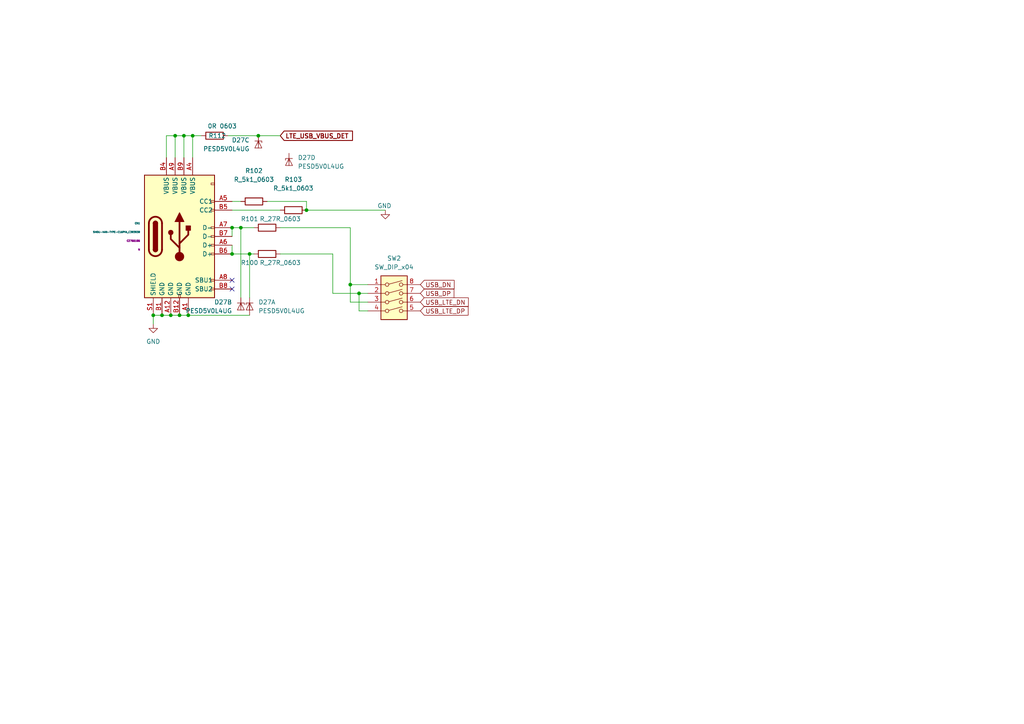
<source format=kicad_sch>
(kicad_sch (version 20250114) (generator "eeschema") (generator_version "9.0")
  (paper "A4")
  (title_block (title "VehicleMan") (date "2025-03-04") (rev "0") (company "©CC-BY-NC"))
  (lib_symbols
    (symbol "Device:R" (pin_numbers (hide yes)) (pin_names (offset 0))
      (property "Reference" "R" (at 2.032 0 90))
      (property "Value" "R" (at 0 0 90))
      (symbol "R_0_1"
        (rectangle (start -1.016 -2.54) (end 1.016 2.54) (stroke (width 0.254)))
      )
      (symbol "R_1_1"
        (pin passive line (at 0 3.81 270) (length 1.27) (name "~") (number "1"))
        (pin passive line (at 0 -3.81 90) (length 1.27) (name "~") (number "2"))
      )
    )
    (symbol "Power_Protection:PESD5V0L4UG" (pin_numbers (hide yes)) (pin_names (hide yes))
      (property "Reference" "D" (at 0 2.54 0))
      (property "Value" "PESD5V0L4UG" (at 0 -2.54 0))
      (symbol "PESD5V0L4UG_0_1"
        (polyline (pts (xy -1.016 1.016) (xy -1.016 -1.016) (xy -0.508 -1.016)))
        (polyline (pts (xy -1.016 0) (xy 1.016 0)))
        (polyline (pts (xy 1.016 1.016) (xy -1.016 0) (xy 1.016 -1.016) (xy 1.016 1.016)))
      )
      (symbol "PESD5V0L4UG_1_1"
        (pin passive line (at -2.54 0 0) (length 2.54) (name "K1") (number "1"))
        (pin passive line (at 2.54 0 180) (length 2.54) (name "A") (number "2"))
      )
      (symbol "PESD5V0L4UG_2_1"
        (pin passive line (at -2.54 0 0) (length 2.54) (name "K2") (number "3"))
      )
      (symbol "PESD5V0L4UG_3_1"
        (pin passive line (at -2.54 0 0) (length 2.54) (name "K3") (number "4"))
      )
      (symbol "PESD5V0L4UG_4_1"
        (pin passive line (at -2.54 0 0) (length 2.54) (name "K4") (number "5"))
      )
    )
    (symbol "Skrubis:R_27R_0603" (pin_numbers (hide yes)) (pin_names (offset 0))
      (property "Reference" "R?" (at 2.54 3.8101 0))
      (property "Value" "R_27R_0603" (at 2.54 1.2701 0))
      (property "LCSC" "C101313" (at 2.54 -1.2699 0))
      (property "Stock" "N" (at 2.54 -3.8099 0))
      (symbol "R_27R_0603_0_1"
        (rectangle (start -1.016 -2.54) (end 1.016 2.54) (stroke (width 0.254)))
      )
      (symbol "R_27R_0603_1_1"
        (pin passive line (at 0 3.81 270) (length 1.27) (name "~") (number "1"))
        (pin passive line (at 0 -3.81 90) (length 1.27) (name "~") (number "2"))
      )
    )
    (symbol "Skrubis:R_5k1_0603" (pin_numbers (hide yes)) (pin_names (offset 0))
      (property "Reference" "R?" (at 2.54 1.2701 0))
      (property "Value" "R_5k1_0603" (at 2.54 -1.2699 0))
      (property "LCSC" "C2907044" (at 0 0 0))
      (symbol "R_5k1_0603_0_1"
        (rectangle (start -1.016 -2.54) (end 1.016 2.54) (stroke (width 0.254)))
      )
      (symbol "R_5k1_0603_1_1"
        (pin passive line (at 0 3.81 270) (length 1.27) (name "~") (number "1"))
        (pin passive line (at 0 -3.81 90) (length 1.27) (name "~") (number "2"))
      )
    )
    (symbol "Skrubis:SHOU-HAN-TYPE-C16PIN_C393939"
      (property "Reference" "CN" (at -15.24 0 90))
      (property "Value" "SHOU-HAN-TYPE-C16PIN_C393939" (at -12.7 1.27 90))
      (property "LCSC" "C393939" (at 8.89 19.05 0))
      (property "Stock" "N" (at 10.16 16.51 0))
      (symbol "SHOU-HAN-TYPE-C16PIN_C393939_0_0"
        (rectangle (start -1.524 -17.78) (end -1.016 -16.764))
        (rectangle (start 8.89 15.494) (end 7.874 14.986))
        (rectangle (start 8.89 10.414) (end 7.874 9.906))
        (rectangle (start 8.89 7.874) (end 7.874 7.366))
        (rectangle (start 8.89 2.794) (end 7.874 2.286))
        (rectangle (start 8.89 0.254) (end 7.874 -0.254))
        (rectangle (start 8.89 -2.286) (end 7.874 -2.794))
        (rectangle (start 8.89 -4.826) (end 7.874 -5.334))
        (rectangle (start 8.89 -12.446) (end 7.874 -12.954))
        (rectangle (start 8.89 -14.986) (end 7.874 -15.494))
      )
      (symbol "SHOU-HAN-TYPE-C16PIN_C393939_0_1"
        (rectangle (start -11.43 17.78) (end 8.89 -17.78) (stroke (width 0.254)) (fill (type background)))
        (polyline (pts (xy -10.16 -3.81) (xy -10.16 3.81)) (stroke (width 0.508)))
        (rectangle (start -8.89 -3.81) (end -7.62 3.81) (stroke (width 0.254)) (fill (type outline)))
        (arc (start -8.89 3.81) (mid -8.255 4.4422) (end -7.62 3.81) (stroke (width 0.254)))
        (arc (start -8.89 3.81) (mid -8.255 4.4422) (end -7.62 3.81) (stroke (width 0.254)) (fill (type outline)))
        (arc (start -10.16 3.81) (mid -8.255 5.7066) (end -6.35 3.81) (stroke (width 0.508)))
        (arc (start -6.35 -3.81) (mid -8.255 -5.7066) (end -10.16 -3.81) (stroke (width 0.508)))
        (arc (start -7.62 -3.81) (mid -8.255 -4.4422) (end -8.89 -3.81) (stroke (width 0.254)))
        (arc (start -7.62 -3.81) (mid -8.255 -4.4422) (end -8.89 -3.81) (stroke (width 0.254)) (fill (type outline)))
        (polyline (pts (xy -6.35 3.81) (xy -6.35 -3.81)) (stroke (width 0.508)))
        (circle (center -3.81 1.143) (radius 0.635) (stroke (width 0.254)) (fill (type outline)))
        (polyline (pts (xy -2.54 4.318) (xy -1.27 6.858) (xy 0 4.318) (xy -2.54 4.318)) (stroke (width 0.254)) (fill (type outline)))
        (polyline (pts (xy -1.27 -2.032) (xy 1.27 0.508) (xy 1.27 1.778)) (stroke (width 0.508)))
        (polyline (pts (xy -1.27 -3.302) (xy -3.81 -0.762) (xy -3.81 0.508)) (stroke (width 0.508)))
        (circle (center -1.27 -5.842) (radius 1.27) (fill (type outline)))
        (polyline (pts (xy -1.27 -5.842) (xy -1.27 4.318)) (stroke (width 0.508)))
        (rectangle (start 0.635 1.778) (end 1.905 3.048) (stroke (width 0.254)) (fill (type outline)))
      )
      (symbol "SHOU-HAN-TYPE-C16PIN_C393939_1_1"
        (pin passive line (at -8.89 -22.86 90) (length 5.08) (name "SHIELD") (number "S1"))
        (pin passive line (at -6.35 -22.86 90) (length 5.08) (name "GND") (number "B1"))
        (pin passive line (at -5.08 22.86 270) (length 5.08) (name "VBUS") (number "B4"))
        (pin passive line (at -3.81 -22.86 90) (length 5.08) (name "GND") (number "A12"))
        (pin passive line (at -2.54 22.86 270) (length 5.08) (name "VBUS") (number "A9"))
        (pin passive line (at -1.27 -22.86 90) (length 5.08) (name "GND") (number "B12"))
        (pin passive line (at 0 22.86 270) (length 5.08) (name "VBUS") (number "B9"))
        (pin passive line (at 1.27 -22.86 90) (length 5.08) (name "GND") (number "A1"))
        (pin passive line (at 2.54 22.86 270) (length 5.08) (name "VBUS") (number "A4"))
        (pin bidirectional line (at 13.97 10.16 180) (length 5.08) (name "CC1") (number "A5"))
        (pin bidirectional line (at 13.97 7.62 180) (length 5.08) (name "CC2") (number "B5"))
        (pin bidirectional line (at 13.97 2.54 180) (length 5.08) (name "D-") (number "A7"))
        (pin bidirectional line (at 13.97 0 180) (length 5.08) (name "D-") (number "B7"))
        (pin bidirectional line (at 13.97 -2.54 180) (length 5.08) (name "D+") (number "A6"))
        (pin bidirectional line (at 13.97 -5.08 180) (length 5.08) (name "D+") (number "B6"))
        (pin bidirectional line (at 13.97 -12.7 180) (length 5.08) (name "SBU1") (number "A8"))
        (pin bidirectional line (at 13.97 -15.24 180) (length 5.08) (name "SBU2") (number "B8"))
      )
    )
    (symbol "Switch:SW_DIP_x04" (pin_names (offset 0) (hide yes))
      (property "Reference" "SW" (at 0 8.89 0))
      (property "Value" "SW_DIP_x04" (at 0 -6.35 0))
      (symbol "SW_DIP_x04_0_0"
        (circle (center -2.032 5.08) (radius 0.508))
        (circle (center -2.032 2.54) (radius 0.508))
        (circle (center -2.032 0) (radius 0.508))
        (circle (center -2.032 -2.54) (radius 0.508))
        (polyline (pts (xy -1.524 5.207) (xy 2.3622 6.2484)))
        (polyline (pts (xy -1.524 2.667) (xy 2.3622 3.7084)))
        (polyline (pts (xy -1.524 0.127) (xy 2.3622 1.1684)))
        (polyline (pts (xy -1.524 -2.3876) (xy 2.3622 -1.3462)))
        (circle (center 2.032 5.08) (radius 0.508))
        (circle (center 2.032 2.54) (radius 0.508))
        (circle (center 2.032 0) (radius 0.508))
        (circle (center 2.032 -2.54) (radius 0.508))
      )
      (symbol "SW_DIP_x04_0_1"
        (rectangle (start -3.81 7.62) (end 3.81 -5.08) (stroke (width 0.254)) (fill (type background)))
      )
      (symbol "SW_DIP_x04_1_1"
        (pin passive line (at -7.62 5.08 0) (length 5.08) (name "~") (number "1"))
        (pin passive line (at -7.62 2.54 0) (length 5.08) (name "~") (number "2"))
        (pin passive line (at -7.62 0 0) (length 5.08) (name "~") (number "3"))
        (pin passive line (at -7.62 -2.54 0) (length 5.08) (name "~") (number "4"))
        (pin passive line (at 7.62 5.08 180) (length 5.08) (name "~") (number "8"))
        (pin passive line (at 7.62 2.54 180) (length 5.08) (name "~") (number "7"))
        (pin passive line (at 7.62 0 180) (length 5.08) (name "~") (number "6"))
        (pin passive line (at 7.62 -2.54 180) (length 5.08) (name "~") (number "5"))
      )
    )
    (symbol "power:GND" (power) (pin_names (offset 0))
      (property "Value" "GND" (at 0 -3.81 0))
      (symbol "GND_0_1"
        (polyline (pts (xy 0 0) (xy 0 -1.27) (xy 1.27 -1.27) (xy 0 -2.54) (xy -1.27 -1.27) (xy 0 -1.27)))
      )
      (symbol "GND_1_1"
        (pin power_in line (at 0 0 270) (length 0) (hide yes) (name "GND") (number "1"))
      )
    )
  )
  (junction (at 53.34 39.37))
  (junction (at 54.61 91.44))
  (junction (at 104.14 85.09))
  (junction (at 44.45 91.44))
  (junction (at 67.31 73.66))
  (junction (at 101.6 82.55))
  (junction (at 69.85 66.04))
  (junction (at 50.8 39.37))
  (junction (at 67.31 66.04))
  (junction (at 49.53 91.44))
  (junction (at 46.99 91.44))
  (junction (at 55.88 39.37))
  (junction (at 72.39 73.66))
  (junction (at 88.9 60.96))
  (junction (at 74.93 39.37))
  (junction (at 52.07 91.44))
  (no_connect (at 67.31 81.28))
  (no_connect (at 67.31 83.82))
  (wire (pts (xy 101.6 66.04) (xy 101.6 82.55)))
  (wire (pts (xy 67.31 66.04) (xy 67.31 68.58)))
  (wire (pts (xy 81.28 66.04) (xy 101.6 66.04)))
  (wire (pts (xy 81.28 73.66) (xy 96.52 73.66)))
  (wire (pts (xy 50.8 39.37) (xy 53.34 39.37)))
  (wire (pts (xy 88.9 60.96) (xy 111.76 60.96)))
  (wire (pts (xy 67.31 71.12) (xy 67.31 73.66)))
  (wire (pts (xy 67.31 66.04) (xy 69.85 66.04)))
  (wire (pts (xy 96.52 73.66) (xy 96.52 85.09)))
  (wire (pts (xy 67.31 58.42) (xy 69.85 58.42)))
  (wire (pts (xy 48.26 45.72) (xy 48.26 39.37)))
  (wire (pts (xy 101.6 87.63) (xy 106.68 87.63)))
  (wire (pts (xy 52.07 91.44) (xy 54.61 91.44)))
  (wire (pts (xy 101.6 82.55) (xy 101.6 87.63)))
  (wire (pts (xy 53.34 39.37) (xy 55.88 39.37)))
  (wire (pts (xy 69.85 86.36) (xy 69.85 66.04)))
  (wire (pts (xy 46.99 91.44) (xy 49.53 91.44)))
  (wire (pts (xy 55.88 39.37) (xy 55.88 45.72)))
  (wire (pts (xy 69.85 66.04) (xy 73.66 66.04)))
  (wire (pts (xy 49.53 91.44) (xy 52.07 91.44)))
  (wire (pts (xy 54.61 91.44) (xy 72.39 91.44)))
  (wire (pts (xy 88.9 58.42) (xy 88.9 60.96)))
  (wire (pts (xy 77.47 58.42) (xy 88.9 58.42)))
  (wire (pts (xy 67.31 60.96) (xy 81.28 60.96)))
  (wire (pts (xy 50.8 39.37) (xy 50.8 45.72)))
  (wire (pts (xy 48.26 39.37) (xy 50.8 39.37)))
  (wire (pts (xy 72.39 73.66) (xy 73.66 73.66)))
  (wire (pts (xy 53.34 39.37) (xy 53.34 45.72)))
  (wire (pts (xy 55.88 39.37) (xy 58.42 39.37)))
  (wire (pts (xy 104.14 90.17) (xy 106.68 90.17)))
  (wire (pts (xy 67.31 73.66) (xy 72.39 73.66)))
  (wire (pts (xy 104.14 85.09) (xy 104.14 90.17)))
  (wire (pts (xy 74.93 39.37) (xy 66.04 39.37)))
  (wire (pts (xy 44.45 93.98) (xy 44.45 91.44)))
  (wire (pts (xy 72.39 73.66) (xy 72.39 86.36)))
  (wire (pts (xy 96.52 85.09) (xy 104.14 85.09)))
  (wire (pts (xy 44.45 91.44) (xy 46.99 91.44)))
  (wire (pts (xy 81.28 39.37) (xy 74.93 39.37)))
  (wire (pts (xy 106.68 82.55) (xy 101.6 82.55)))
  (wire (pts (xy 106.68 85.09) (xy 104.14 85.09)))
  (global_label "USB_LTE_DN" (shape input) (at 121.92 87.63 0) (property "Intersheetrefs" "${INTERSHEET_REFS}" (effects (hide yes))))
  (global_label "USB_LTE_DP" (shape input) (at 121.92 90.17 0) (property "Intersheetrefs" "${INTERSHEET_REFS}" (effects (hide yes))))
  (global_label "USB_DN" (shape input) (at 121.92 82.55 0) (property "Intersheetrefs" "${INTERSHEET_REFS}" (effects (hide yes))))
  (global_label "USB_DP" (shape input) (at 121.92 85.09 0) (property "Intersheetrefs" "${INTERSHEET_REFS}" (effects (hide yes))))
  (global_label "LTE_USB_VBUS_DET" (shape input) (at 81.28 39.37 0) (effects (font (thickness 0.254) (bold yes))) (property "Intersheetrefs" "${INTERSHEET_REFS}" (effects (hide yes))))
  (symbol (lib_id "Skrubis:R_5k1_0603") (at 85.09 60.96 90) (unit 1)
    (property "Reference" "R103" (at 85.09 52.07 90))
    (property "Value" "R_5k1_0603" (at 85.09 54.61 90))
    (property "Footprint" "Resistor_SMD:R_0603_1608Metric" (effects (hide yes)))
    (property "LCSC" "C23186" (effects (hide yes)))
  )
  (symbol (lib_id "Skrubis:R_27R_0603") (at 77.47 73.66 90) (mirror x) (unit 1)
    (property "Reference" "R100" (at 72.39 76.2 90))
    (property "Value" "R_27R_0603" (at 81.28 76.2 90))
    (property "Footprint" "Resistor_SMD:R_0603_1608Metric" (effects (hide yes)))
    (property "LCSC" "C101313" (effects (hide yes)))
    (property "Stock" "N" (effects (hide yes)))
  )
  (symbol (lib_id "power:GND") (at 44.45 93.98 0) (unit 1)
    (property "Reference" "#PWR04" (effects (hide yes)))
    (property "Value" "GND" (at 44.45 99.06 0))
  )
  (symbol (lib_id "Switch:SW_DIP_x04") (at 114.3 87.63 0) (unit 1)
    (property "Reference" "SW2" (at 114.3 74.93 0))
    (property "Value" "SW_DIP_x04" (at 114.3 77.47 0))
    (property "Footprint" "Button_Switch_THT:SW_DIP_SPSTx04_Slide_9.78x12.34mm_W7.62mm_P2.54mm" (effects (hide yes)))
    (property "Description" "4x DIP Switch, Single Pole Single Throw (SPST) switch, small symbol" (effects (hide yes)))
    (property "LCSC" " C99418" (effects (hide yes)))
  )
  (symbol (lib_id "Skrubis:SHOU-HAN-TYPE-C16PIN_C393939") (at 53.34 68.58 0) (unit 1)
    (property "Reference" "CN1" (at 40.64 64.7699 0) (effects (font (size 0.5 0.5)) (justify right)))
    (property "Value" "SHOU-HAN-TYPE-C16PIN_C393939" (at 40.64 67.3099 0) (effects (font (size 0.5 0.5)) (justify right)))
    (property "Footprint" "Connector_USB:USB_C_Receptacle_HCTL_HC-TYPE-C-16P-01A" (effects (hide yes)))
    (property "Datasheet" "https://datasheet.lcsc.com/lcsc/1912111437_SHOU-HAN-TYPE-C16PIN_C393939.pdf" (effects (hide yes)))
    (property "LCSC" "C2765186" (at 40.64 69.8499 0) (effects (font (size 0.5 0.5)) (justify right)))
    (property "Stock" "N" (at 40.64 72.3899 0) (effects (font (size 0.5 0.5)) (justify right)))
  )
  (symbol (lib_id "Skrubis:R_5k1_0603") (at 73.66 58.42 90) (unit 1)
    (property "Reference" "R102" (at 73.66 49.53 90))
    (property "Value" "R_5k1_0603" (at 73.66 52.07 90))
    (property "Footprint" "Resistor_SMD:R_0603_1608Metric" (effects (hide yes)))
    (property "LCSC" "C23186" (effects (hide yes)))
  )
  (symbol (lib_id "power:GND") (at 111.76 60.96 0) (unit 1)
    (property "Reference" "#PWR05" (effects (hide yes)))
    (property "Value" "GND" (at 111.506 59.69 0))
  )
  (symbol (lib_id "Device:R") (at 62.23 39.37 270) (unit 1)
    (property "Reference" "R112" (at 60.452 39.37 90) (effects (justify left)))
    (property "Value" "0R 0603" (at 60.198 36.576 90) (effects (justify left)))
    (property "Footprint" "Resistor_SMD:R_0603_1608Metric" (effects (hide yes)))
    (property "Description" "Resistor" (effects (hide yes)))
    (property "LCSC" "C21189" (effects (hide yes)))
  )
  (symbol (lib_id "Power_Protection:PESD5V0L4UG") (at 74.93 41.91 90) (mirror x) (unit 3)
    (property "Reference" "D27" (at 72.39 40.6399 90) (effects (justify left)))
    (property "Value" "PESD5V0L4UG" (at 72.39 43.1799 90) (effects (justify left)))
    (property "Footprint" "Package_TO_SOT_SMD:SOT-353_SC-70-5" (effects (hide yes)))
    (property "Datasheet" "https://assets.nexperia.com/documents/data-sheet/PESDXL4UF_G_W.pdf" (effects (hide yes)))
    (property "Description" "Low capacitance unidirectional quadruple ESD protection diode array, 5.0V, Common Anode, SOT-353" (effects (hide yes)))
    (property "LCSC" "C5116450" (effects (hide yes)))
  )
  (symbol (lib_id "Skrubis:R_27R_0603") (at 77.47 66.04 90) (unit 1)
    (property "Reference" "R101" (at 72.39 63.5 90))
    (property "Value" "R_27R_0603" (at 81.28 63.5 90))
    (property "Footprint" "Resistor_SMD:R_0603_1608Metric" (effects (hide yes)))
    (property "LCSC" "C101313" (effects (hide yes)))
    (property "Stock" "N" (effects (hide yes)))
  )
  (symbol (lib_id "Power_Protection:PESD5V0L4UG") (at 72.39 88.9 270) (unit 1)
    (property "Reference" "D27" (at 74.93 87.6299 90) (effects (justify left)))
    (property "Value" "PESD5V0L4UG" (at 74.93 90.1699 90) (effects (justify left)))
    (property "Footprint" "Package_TO_SOT_SMD:SOT-353_SC-70-5" (effects (hide yes)))
    (property "Datasheet" "https://assets.nexperia.com/documents/data-sheet/PESDXL4UF_G_W.pdf" (effects (hide yes)))
    (property "Description" "Low capacitance unidirectional quadruple ESD protection diode array, 5.0V, Common Anode, SOT-353" (effects (hide yes)))
    (property "LCSC" "C5116450" (effects (hide yes)))
  )
  (symbol (lib_id "Power_Protection:PESD5V0L4UG") (at 83.82 46.99 270) (unit 4)
    (property "Reference" "D27" (at 86.36 45.7199 90) (effects (justify left)))
    (property "Value" "PESD5V0L4UG" (at 86.36 48.2599 90) (effects (justify left)))
    (property "Footprint" "Package_TO_SOT_SMD:SOT-353_SC-70-5" (effects (hide yes)))
    (property "Datasheet" "https://assets.nexperia.com/documents/data-sheet/PESDXL4UF_G_W.pdf" (effects (hide yes)))
    (property "Description" "Low capacitance unidirectional quadruple ESD protection diode array, 5.0V, Common Anode, SOT-353" (effects (hide yes)))
    (property "LCSC" "C5116450" (effects (hide yes)))
  )
  (symbol (lib_id "Power_Protection:PESD5V0L4UG") (at 69.85 88.9 90) (mirror x) (unit 2)
    (property "Reference" "D27" (at 67.31 87.6299 90) (effects (justify left)))
    (property "Value" "PESD5V0L4UG" (at 67.31 90.1699 90) (effects (justify left)))
    (property "Footprint" "Package_TO_SOT_SMD:SOT-353_SC-70-5" (effects (hide yes)))
    (property "Datasheet" "https://assets.nexperia.com/documents/data-sheet/PESDXL4UF_G_W.pdf" (effects (hide yes)))
    (property "Description" "Low capacitance unidirectional quadruple ESD protection diode array, 5.0V, Common Anode, SOT-353" (effects (hide yes)))
    (property "LCSC" "C5116450" (effects (hide yes)))
  )
)
</source>
